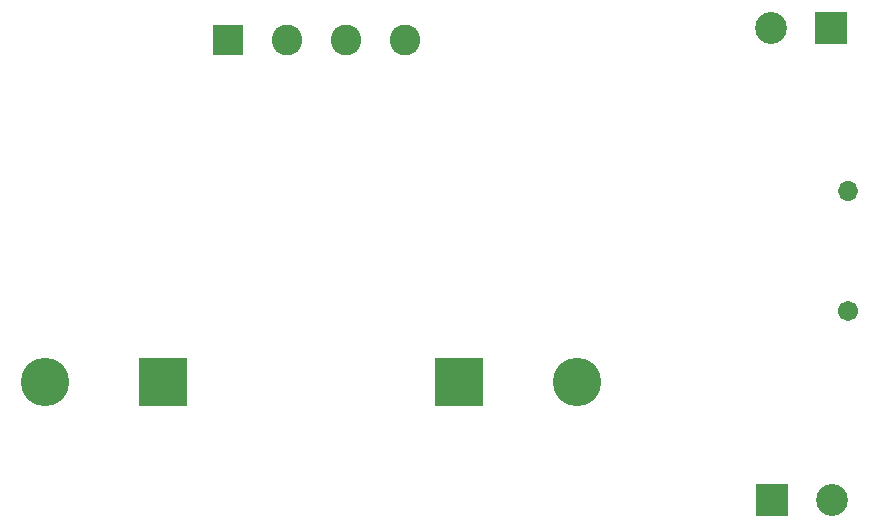
<source format=gbs>
G04 #@! TF.GenerationSoftware,KiCad,Pcbnew,(5.1.0-0)*
G04 #@! TF.CreationDate,2019-06-08T23:36:10+01:00*
G04 #@! TF.ProjectId,PowerStage,506f7765-7253-4746-9167-652e6b696361,1.0*
G04 #@! TF.SameCoordinates,Original*
G04 #@! TF.FileFunction,Soldermask,Bot*
G04 #@! TF.FilePolarity,Negative*
%FSLAX46Y46*%
G04 Gerber Fmt 4.6, Leading zero omitted, Abs format (unit mm)*
G04 Created by KiCad (PCBNEW (5.1.0-0)) date 2019-06-08 23:36:10*
%MOMM*%
%LPD*%
G04 APERTURE LIST*
%ADD10R,2.602000X2.602000*%
%ADD11C,2.602000*%
%ADD12C,2.702000*%
%ADD13R,2.702000X2.702000*%
%ADD14C,1.702000*%
%ADD15O,1.702000X1.702000*%
%ADD16R,4.102000X4.102000*%
%ADD17C,4.102000*%
G04 APERTURE END LIST*
D10*
X122500000Y-39000000D03*
D11*
X127500000Y-39000000D03*
X132500000Y-39000000D03*
X137500000Y-39000000D03*
D12*
X173580000Y-78000000D03*
D13*
X168500000Y-78000000D03*
X173500000Y-38000000D03*
D12*
X168420000Y-38000000D03*
D14*
X175000000Y-62000000D03*
D15*
X175000000Y-51840000D03*
D16*
X117000000Y-68000000D03*
D17*
X107000000Y-68000000D03*
X152000000Y-68000000D03*
D16*
X142000000Y-68000000D03*
M02*

</source>
